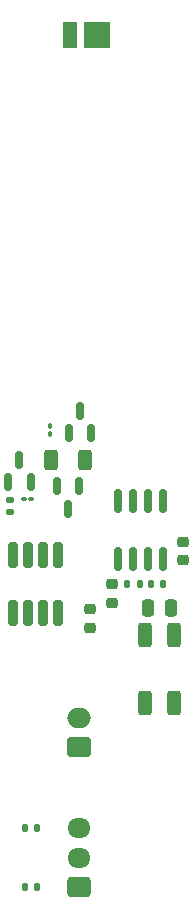
<source format=gts>
G04 #@! TF.GenerationSoftware,KiCad,Pcbnew,7.0.7*
G04 #@! TF.CreationDate,2024-01-05T06:13:14+01:00*
G04 #@! TF.ProjectId,microscope,6d696372-6f73-4636-9f70-652e6b696361,rev?*
G04 #@! TF.SameCoordinates,Original*
G04 #@! TF.FileFunction,Soldermask,Top*
G04 #@! TF.FilePolarity,Negative*
%FSLAX46Y46*%
G04 Gerber Fmt 4.6, Leading zero omitted, Abs format (unit mm)*
G04 Created by KiCad (PCBNEW 7.0.7) date 2024-01-05 06:13:14*
%MOMM*%
%LPD*%
G01*
G04 APERTURE LIST*
G04 Aperture macros list*
%AMRoundRect*
0 Rectangle with rounded corners*
0 $1 Rounding radius*
0 $2 $3 $4 $5 $6 $7 $8 $9 X,Y pos of 4 corners*
0 Add a 4 corners polygon primitive as box body*
4,1,4,$2,$3,$4,$5,$6,$7,$8,$9,$2,$3,0*
0 Add four circle primitives for the rounded corners*
1,1,$1+$1,$2,$3*
1,1,$1+$1,$4,$5*
1,1,$1+$1,$6,$7*
1,1,$1+$1,$8,$9*
0 Add four rect primitives between the rounded corners*
20,1,$1+$1,$2,$3,$4,$5,0*
20,1,$1+$1,$4,$5,$6,$7,0*
20,1,$1+$1,$6,$7,$8,$9,0*
20,1,$1+$1,$8,$9,$2,$3,0*%
G04 Aperture macros list end*
%ADD10RoundRect,0.250000X0.725000X-0.600000X0.725000X0.600000X-0.725000X0.600000X-0.725000X-0.600000X0*%
%ADD11O,1.950000X1.700000*%
%ADD12RoundRect,0.100000X-0.100000X0.130000X-0.100000X-0.130000X0.100000X-0.130000X0.100000X0.130000X0*%
%ADD13RoundRect,0.250000X0.750000X-0.600000X0.750000X0.600000X-0.750000X0.600000X-0.750000X-0.600000X0*%
%ADD14O,2.000000X1.700000*%
%ADD15RoundRect,0.250000X0.312500X0.625000X-0.312500X0.625000X-0.312500X-0.625000X0.312500X-0.625000X0*%
%ADD16R,2.200000X2.200000*%
%ADD17R,1.250000X2.200000*%
%ADD18RoundRect,0.250000X0.250000X0.475000X-0.250000X0.475000X-0.250000X-0.475000X0.250000X-0.475000X0*%
%ADD19RoundRect,0.135000X0.135000X0.185000X-0.135000X0.185000X-0.135000X-0.185000X0.135000X-0.185000X0*%
%ADD20RoundRect,0.225000X0.250000X-0.225000X0.250000X0.225000X-0.250000X0.225000X-0.250000X-0.225000X0*%
%ADD21RoundRect,0.100000X0.130000X0.100000X-0.130000X0.100000X-0.130000X-0.100000X0.130000X-0.100000X0*%
%ADD22RoundRect,0.193000X-0.364000X0.864000X-0.364000X-0.864000X0.364000X-0.864000X0.364000X0.864000X0*%
%ADD23RoundRect,0.150000X-0.150000X0.825000X-0.150000X-0.825000X0.150000X-0.825000X0.150000X0.825000X0*%
%ADD24RoundRect,0.144000X0.258000X-0.943000X0.258000X0.943000X-0.258000X0.943000X-0.258000X-0.943000X0*%
%ADD25RoundRect,0.135000X-0.185000X0.135000X-0.185000X-0.135000X0.185000X-0.135000X0.185000X0.135000X0*%
%ADD26RoundRect,0.150000X0.150000X-0.587500X0.150000X0.587500X-0.150000X0.587500X-0.150000X-0.587500X0*%
%ADD27RoundRect,0.135000X-0.135000X-0.185000X0.135000X-0.185000X0.135000X0.185000X-0.135000X0.185000X0*%
%ADD28RoundRect,0.150000X-0.150000X0.587500X-0.150000X-0.587500X0.150000X-0.587500X0.150000X0.587500X0*%
G04 APERTURE END LIST*
D10*
X130497631Y-137946208D03*
D11*
X130497631Y-135446208D03*
X130497631Y-132946208D03*
D12*
X128040000Y-98922500D03*
X128040000Y-99562500D03*
D13*
X130497631Y-126096208D03*
D14*
X130497631Y-123596208D03*
D15*
X131002500Y-101762500D03*
X128077500Y-101762500D03*
D16*
X132000000Y-65800000D03*
D17*
X129725000Y-65800000D03*
D18*
X138250000Y-114282500D03*
X136350000Y-114282500D03*
D19*
X126907631Y-137946208D03*
X125887631Y-137946208D03*
X137600000Y-112300000D03*
X136580000Y-112300000D03*
D20*
X131400000Y-115975000D03*
X131400000Y-114425000D03*
D21*
X126427500Y-105100000D03*
X125787500Y-105100000D03*
D20*
X133290000Y-113875000D03*
X133290000Y-112325000D03*
D22*
X138550000Y-116600000D03*
X136100000Y-116600000D03*
X136100000Y-122400000D03*
X138550000Y-122400000D03*
D19*
X135600000Y-112300000D03*
X134580000Y-112300000D03*
D23*
X137595000Y-105225000D03*
X136325000Y-105225000D03*
X135055000Y-105225000D03*
X133785000Y-105225000D03*
X133785000Y-110175000D03*
X135055000Y-110175000D03*
X136325000Y-110175000D03*
X137595000Y-110175000D03*
D24*
X124922500Y-114740000D03*
X126192500Y-114740000D03*
X127462500Y-114740000D03*
X128732500Y-114740000D03*
X128732500Y-109800000D03*
X127462500Y-109800000D03*
X126192500Y-109800000D03*
X124922500Y-109800000D03*
D25*
X124627500Y-105190000D03*
X124627500Y-106210000D03*
D26*
X129590000Y-99500000D03*
X131490000Y-99500000D03*
X130540000Y-97625000D03*
D27*
X125887631Y-132946208D03*
X126907631Y-132946208D03*
D20*
X139315000Y-110275000D03*
X139315000Y-108725000D03*
D26*
X124477500Y-103637500D03*
X126377500Y-103637500D03*
X125427500Y-101762500D03*
D28*
X130490000Y-104025000D03*
X128590000Y-104025000D03*
X129540000Y-105900000D03*
M02*

</source>
